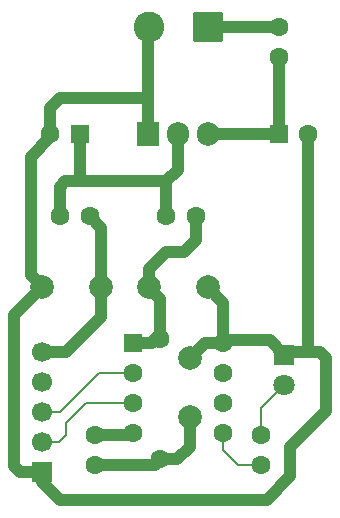
<source format=gbl>
%TF.GenerationSoftware,KiCad,Pcbnew,9.0.6*%
%TF.CreationDate,2025-11-06T07:23:16-05:00*%
%TF.ProjectId,pic-rylr998-01,7069632d-7279-46c7-9239-39382d30312e,rev?*%
%TF.SameCoordinates,Original*%
%TF.FileFunction,Copper,L2,Bot*%
%TF.FilePolarity,Positive*%
%FSLAX46Y46*%
G04 Gerber Fmt 4.6, Leading zero omitted, Abs format (unit mm)*
G04 Created by KiCad (PCBNEW 9.0.6) date 2025-11-06 07:23:16*
%MOMM*%
%LPD*%
G01*
G04 APERTURE LIST*
G04 Aperture macros list*
%AMRoundRect*
0 Rectangle with rounded corners*
0 $1 Rounding radius*
0 $2 $3 $4 $5 $6 $7 $8 $9 X,Y pos of 4 corners*
0 Add a 4 corners polygon primitive as box body*
4,1,4,$2,$3,$4,$5,$6,$7,$8,$9,$2,$3,0*
0 Add four circle primitives for the rounded corners*
1,1,$1+$1,$2,$3*
1,1,$1+$1,$4,$5*
1,1,$1+$1,$6,$7*
1,1,$1+$1,$8,$9*
0 Add four rect primitives between the rounded corners*
20,1,$1+$1,$2,$3,$4,$5,0*
20,1,$1+$1,$4,$5,$6,$7,0*
20,1,$1+$1,$6,$7,$8,$9,0*
20,1,$1+$1,$8,$9,$2,$3,0*%
G04 Aperture macros list end*
%TA.AperFunction,ComponentPad*%
%ADD10R,1.800000X1.800000*%
%TD*%
%TA.AperFunction,ComponentPad*%
%ADD11C,1.800000*%
%TD*%
%TA.AperFunction,ComponentPad*%
%ADD12C,1.600000*%
%TD*%
%TA.AperFunction,ComponentPad*%
%ADD13R,1.905000X2.000000*%
%TD*%
%TA.AperFunction,ComponentPad*%
%ADD14O,1.905000X2.000000*%
%TD*%
%TA.AperFunction,ComponentPad*%
%ADD15RoundRect,0.250000X-0.550000X-0.550000X0.550000X-0.550000X0.550000X0.550000X-0.550000X0.550000X0*%
%TD*%
%TA.AperFunction,ComponentPad*%
%ADD16RoundRect,0.250000X1.050000X1.050000X-1.050000X1.050000X-1.050000X-1.050000X1.050000X-1.050000X0*%
%TD*%
%TA.AperFunction,ComponentPad*%
%ADD17C,2.600000*%
%TD*%
%TA.AperFunction,ComponentPad*%
%ADD18C,2.000000*%
%TD*%
%TA.AperFunction,ComponentPad*%
%ADD19R,1.700000X1.700000*%
%TD*%
%TA.AperFunction,ComponentPad*%
%ADD20C,1.700000*%
%TD*%
%TA.AperFunction,ComponentPad*%
%ADD21RoundRect,0.250000X0.550000X0.550000X-0.550000X0.550000X-0.550000X-0.550000X0.550000X-0.550000X0*%
%TD*%
%TA.AperFunction,Conductor*%
%ADD22C,1.000000*%
%TD*%
%TA.AperFunction,Conductor*%
%ADD23C,0.200000*%
%TD*%
G04 APERTURE END LIST*
D10*
%TO.P,D1,1,K*%
%TO.N,Net-(D1-K)*%
X183000000Y-105225000D03*
D11*
%TO.P,D1,2,A*%
%TO.N,Net-(D1-A)*%
X183000000Y-107765000D03*
%TD*%
D12*
%TO.P,R5,1*%
%TO.N,Net-(U1-VO)*%
X172960000Y-93500000D03*
%TO.P,R5,2*%
%TO.N,Net-(J1-Pin_1)*%
X175500000Y-93500000D03*
%TD*%
D13*
%TO.P,U1,1,GND*%
%TO.N,Net-(D1-K)*%
X171420000Y-86500000D03*
D14*
%TO.P,U1,2,VO*%
%TO.N,Net-(U1-VO)*%
X173960000Y-86500000D03*
%TO.P,U1,3,VI*%
%TO.N,Net-(U1-VI)*%
X176500000Y-86500000D03*
%TD*%
D15*
%TO.P,J1,1,Pin_1*%
%TO.N,Net-(J1-Pin_1)*%
X170190000Y-104190000D03*
D12*
%TO.P,J1,2,Pin_2*%
%TO.N,Net-(J1-Pin_2)*%
X170190000Y-106730000D03*
%TO.P,J1,3,Pin_3*%
%TO.N,Net-(J1-Pin_3)*%
X170190000Y-109270000D03*
%TO.P,J1,4,Pin_4*%
%TO.N,Net-(J1-Pin_4)*%
X170190000Y-111810000D03*
%TO.P,J1,5,Pin_5*%
%TO.N,Net-(J1-Pin_5)*%
X177810000Y-111810000D03*
%TO.P,J1,6,Pin_6*%
%TO.N,unconnected-(J1-Pin_6-Pad6)*%
X177810000Y-109270000D03*
%TO.P,J1,7,Pin_7*%
%TO.N,unconnected-(J1-Pin_7-Pad7)*%
X177810000Y-106730000D03*
%TO.P,J1,8,Pin_8*%
%TO.N,Net-(D1-K)*%
X177810000Y-104190000D03*
%TD*%
%TO.P,R4,1*%
%TO.N,Net-(U1-VO)*%
X163960000Y-93500000D03*
%TO.P,R4,2*%
%TO.N,Net-(J2-Pin_5)*%
X166500000Y-93500000D03*
%TD*%
%TO.P,R3,1*%
%TO.N,Net-(J1-Pin_5)*%
X181000000Y-114540000D03*
%TO.P,R3,2*%
%TO.N,Net-(D1-A)*%
X181000000Y-112000000D03*
%TD*%
D16*
%TO.P,J3,1,Pin_1*%
%TO.N,Net-(J3-Pin_1)*%
X176500000Y-77500000D03*
D17*
%TO.P,J3,2,Pin_2*%
%TO.N,Net-(D1-K)*%
X171500000Y-77500000D03*
%TD*%
D18*
%TO.P,C2,1*%
%TO.N,Net-(J1-Pin_1)*%
X171500000Y-99500000D03*
%TO.P,C2,2*%
%TO.N,Net-(D1-K)*%
X176500000Y-99500000D03*
%TD*%
D19*
%TO.P,J2,1,Pin_1*%
%TO.N,Net-(D1-K)*%
X162500000Y-115120000D03*
D20*
%TO.P,J2,2,Pin_2*%
%TO.N,Net-(J1-Pin_3)*%
X162500000Y-112580000D03*
%TO.P,J2,3,Pin_3*%
%TO.N,Net-(J1-Pin_2)*%
X162500000Y-110040000D03*
%TO.P,J2,4,Pin_4*%
%TO.N,unconnected-(J2-Pin_4-Pad4)*%
X162500000Y-107500000D03*
%TO.P,J2,5,Pin_5*%
%TO.N,Net-(J2-Pin_5)*%
X162500000Y-104960000D03*
%TD*%
D12*
%TO.P,R2,1*%
%TO.N,Net-(C1-Pad1)*%
X167000000Y-114545000D03*
%TO.P,R2,2*%
%TO.N,Net-(J1-Pin_4)*%
X167000000Y-112005000D03*
%TD*%
%TO.P,R1,1*%
%TO.N,Net-(J1-Pin_1)*%
X172500000Y-103920000D03*
%TO.P,R1,2*%
%TO.N,Net-(C1-Pad1)*%
X172500000Y-114080000D03*
%TD*%
D21*
%TO.P,C5,1*%
%TO.N,Net-(U1-VO)*%
X165682380Y-86500000D03*
D12*
%TO.P,C5,2*%
%TO.N,Net-(D1-K)*%
X163182380Y-86500000D03*
%TD*%
%TO.P,R6,1*%
%TO.N,Net-(J3-Pin_1)*%
X182500000Y-77455000D03*
%TO.P,R6,2*%
%TO.N,Net-(U1-VI)*%
X182500000Y-79995000D03*
%TD*%
D15*
%TO.P,C4,1*%
%TO.N,Net-(U1-VI)*%
X182500000Y-86500000D03*
D12*
%TO.P,C4,2*%
%TO.N,Net-(D1-K)*%
X185000000Y-86500000D03*
%TD*%
D18*
%TO.P,C3,1*%
%TO.N,Net-(J2-Pin_5)*%
X167500000Y-99500000D03*
%TO.P,C3,2*%
%TO.N,Net-(D1-K)*%
X162500000Y-99500000D03*
%TD*%
%TO.P,C1,1*%
%TO.N,Net-(C1-Pad1)*%
X175000000Y-110500000D03*
%TO.P,C1,2*%
%TO.N,Net-(D1-K)*%
X175000000Y-105500000D03*
%TD*%
D22*
%TO.N,Net-(D1-K)*%
X171420000Y-83500000D02*
X171420000Y-86500000D01*
X183000000Y-105225000D02*
X183000000Y-105000000D01*
X176500000Y-99500000D02*
X177810000Y-100810000D01*
X183225000Y-105000000D02*
X183000000Y-105225000D01*
X163182380Y-84317620D02*
X164000000Y-83500000D01*
X175000000Y-105000000D02*
X175000000Y-105500000D01*
X160101000Y-101899000D02*
X160101000Y-114601000D01*
X160101000Y-114601000D02*
X160620000Y-115120000D01*
X162500000Y-99500000D02*
X160101000Y-101899000D01*
X177810000Y-104190000D02*
X176310000Y-104190000D01*
X181500000Y-117500000D02*
X183500000Y-115500000D01*
X163182380Y-86500000D02*
X163182380Y-84317620D01*
X185000000Y-105000000D02*
X183225000Y-105000000D01*
X183000000Y-105225000D02*
X181775000Y-104000000D01*
X171420000Y-78080000D02*
X171420000Y-83500000D01*
X171500000Y-77500000D02*
X171500000Y-78000000D01*
X176310000Y-104190000D02*
X175000000Y-105500000D01*
X183500000Y-113000000D02*
X186500000Y-110000000D01*
X181775000Y-104000000D02*
X178000000Y-104000000D01*
X186500000Y-105500000D02*
X186000000Y-105000000D01*
X162500000Y-116000000D02*
X164000000Y-117500000D01*
X163182380Y-86500000D02*
X163182380Y-86817620D01*
X185000000Y-86500000D02*
X185000000Y-105000000D01*
X161500000Y-98500000D02*
X162500000Y-99500000D01*
X162500000Y-115120000D02*
X162500000Y-116000000D01*
X163182380Y-86817620D02*
X161500000Y-88500000D01*
X171500000Y-78000000D02*
X171420000Y-78080000D01*
X161500000Y-88500000D02*
X161500000Y-98500000D01*
X177810000Y-100810000D02*
X177810000Y-104190000D01*
X183500000Y-115500000D02*
X183500000Y-113000000D01*
X160620000Y-115120000D02*
X162500000Y-115120000D01*
X178000000Y-104000000D02*
X177810000Y-104190000D01*
X164000000Y-117500000D02*
X181500000Y-117500000D01*
X164000000Y-83500000D02*
X171420000Y-83500000D01*
X186500000Y-110000000D02*
X186500000Y-105500000D01*
X186000000Y-105000000D02*
X185000000Y-105000000D01*
%TO.N,Net-(C1-Pad1)*%
X172035000Y-114545000D02*
X172500000Y-114080000D01*
X167000000Y-114545000D02*
X172035000Y-114545000D01*
X175000000Y-113000000D02*
X175000000Y-110500000D01*
X173920000Y-114080000D02*
X175000000Y-113000000D01*
X172500000Y-114080000D02*
X173920000Y-114080000D01*
%TO.N,Net-(J1-Pin_1)*%
X171810000Y-104190000D02*
X170190000Y-104190000D01*
X172500000Y-103920000D02*
X172080000Y-103920000D01*
X172500000Y-100500000D02*
X172500000Y-103920000D01*
X175500000Y-93500000D02*
X175500000Y-95500000D01*
X173000000Y-96500000D02*
X171500000Y-98000000D01*
X174500000Y-96500000D02*
X173000000Y-96500000D01*
X171500000Y-98000000D02*
X171500000Y-99500000D01*
X172080000Y-103920000D02*
X171810000Y-104190000D01*
X171500000Y-99500000D02*
X172500000Y-100500000D01*
X175500000Y-95500000D02*
X174500000Y-96500000D01*
%TO.N,Net-(J2-Pin_5)*%
X164460000Y-104960000D02*
X162500000Y-104960000D01*
X164500000Y-105000000D02*
X164460000Y-104960000D01*
X167500000Y-102000000D02*
X164500000Y-105000000D01*
X167500000Y-94500000D02*
X167500000Y-99500000D01*
X167500000Y-99500000D02*
X167500000Y-102000000D01*
X166500000Y-93500000D02*
X167500000Y-94500000D01*
%TO.N,Net-(U1-VI)*%
X182500000Y-86500000D02*
X176500000Y-86500000D01*
X182500000Y-79995000D02*
X182500000Y-86500000D01*
%TO.N,Net-(U1-VO)*%
X172960000Y-92040000D02*
X172960000Y-93500000D01*
X165682380Y-86500000D02*
X165682380Y-90357620D01*
X173960000Y-89540000D02*
X172960000Y-90540000D01*
X164460000Y-90540000D02*
X165500000Y-90540000D01*
X163960000Y-91040000D02*
X163960000Y-93500000D01*
X172960000Y-90540000D02*
X172960000Y-93500000D01*
X165682380Y-90357620D02*
X165500000Y-90540000D01*
X173960000Y-86500000D02*
X173960000Y-89540000D01*
X163960000Y-91040000D02*
X164460000Y-90540000D01*
X165500000Y-90540000D02*
X172960000Y-90540000D01*
X173000000Y-92000000D02*
X172960000Y-92040000D01*
D23*
%TO.N,Net-(D1-A)*%
X181000000Y-109765000D02*
X183000000Y-107765000D01*
X181000000Y-112000000D02*
X181000000Y-109765000D01*
%TO.N,Net-(J1-Pin_3)*%
X170190000Y-109270000D02*
X166230000Y-109270000D01*
X164500000Y-111000000D02*
X164500000Y-112000000D01*
X164500000Y-112000000D02*
X163920000Y-112580000D01*
X163920000Y-112580000D02*
X162500000Y-112580000D01*
X166230000Y-109270000D02*
X164500000Y-111000000D01*
%TO.N,Net-(J1-Pin_2)*%
X163960000Y-110040000D02*
X162500000Y-110040000D01*
X167270000Y-106730000D02*
X163960000Y-110040000D01*
X170190000Y-106730000D02*
X167270000Y-106730000D01*
D22*
%TO.N,Net-(J1-Pin_4)*%
X169995000Y-112005000D02*
X170190000Y-111810000D01*
X167000000Y-112005000D02*
X169995000Y-112005000D01*
D23*
%TO.N,Net-(J1-Pin_5)*%
X181000000Y-114540000D02*
X179040000Y-114540000D01*
X179040000Y-114540000D02*
X177810000Y-113310000D01*
X177810000Y-113310000D02*
X177810000Y-111810000D01*
%TO.N,Net-(J3-Pin_1)*%
X182455000Y-77500000D02*
X182500000Y-77455000D01*
D22*
X176500000Y-77500000D02*
X182455000Y-77500000D01*
%TD*%
M02*

</source>
